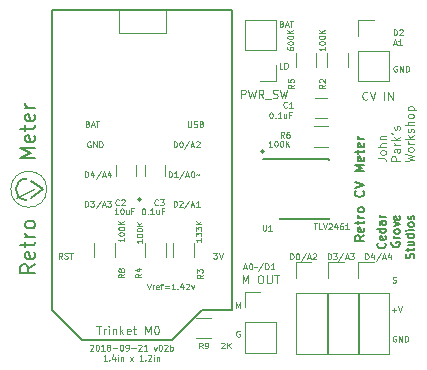
<source format=gbr>
G04 #@! TF.GenerationSoftware,KiCad,Pcbnew,(5.0.0-rc2-dev-444-g2974a2c10)*
G04 #@! TF.CreationDate,2018-09-21T18:48:47-07:00*
G04 #@! TF.ProjectId,retro meter v02,726574726F206D65746572207630322E,rev?*
G04 #@! TF.SameCoordinates,Original*
G04 #@! TF.FileFunction,Legend,Top*
G04 #@! TF.FilePolarity,Positive*
%FSLAX46Y46*%
G04 Gerber Fmt 4.6, Leading zero omitted, Abs format (unit mm)*
G04 Created by KiCad (PCBNEW (5.0.0-rc2-dev-444-g2974a2c10)) date 09/21/18 18:48:47*
%MOMM*%
%LPD*%
G01*
G04 APERTURE LIST*
%ADD10C,0.150000*%
%ADD11C,0.200000*%
%ADD12C,0.100000*%
%ADD13C,0.120000*%
G04 APERTURE END LIST*
D10*
X211943904Y-66134761D02*
X211562952Y-66401428D01*
X211943904Y-66591904D02*
X211143904Y-66591904D01*
X211143904Y-66287142D01*
X211182000Y-66210952D01*
X211220095Y-66172857D01*
X211296285Y-66134761D01*
X211410571Y-66134761D01*
X211486761Y-66172857D01*
X211524857Y-66210952D01*
X211562952Y-66287142D01*
X211562952Y-66591904D01*
X211905809Y-65487142D02*
X211943904Y-65563333D01*
X211943904Y-65715714D01*
X211905809Y-65791904D01*
X211829619Y-65830000D01*
X211524857Y-65830000D01*
X211448666Y-65791904D01*
X211410571Y-65715714D01*
X211410571Y-65563333D01*
X211448666Y-65487142D01*
X211524857Y-65449047D01*
X211601047Y-65449047D01*
X211677238Y-65830000D01*
X211410571Y-65220476D02*
X211410571Y-64915714D01*
X211143904Y-65106190D02*
X211829619Y-65106190D01*
X211905809Y-65068095D01*
X211943904Y-64991904D01*
X211943904Y-64915714D01*
X211943904Y-64649047D02*
X211410571Y-64649047D01*
X211562952Y-64649047D02*
X211486761Y-64610952D01*
X211448666Y-64572857D01*
X211410571Y-64496666D01*
X211410571Y-64420476D01*
X211943904Y-64039523D02*
X211905809Y-64115714D01*
X211867714Y-64153809D01*
X211791523Y-64191904D01*
X211562952Y-64191904D01*
X211486761Y-64153809D01*
X211448666Y-64115714D01*
X211410571Y-64039523D01*
X211410571Y-63925238D01*
X211448666Y-63849047D01*
X211486761Y-63810952D01*
X211562952Y-63772857D01*
X211791523Y-63772857D01*
X211867714Y-63810952D01*
X211905809Y-63849047D01*
X211943904Y-63925238D01*
X211943904Y-64039523D01*
X211867714Y-62363333D02*
X211905809Y-62401428D01*
X211943904Y-62515714D01*
X211943904Y-62591904D01*
X211905809Y-62706190D01*
X211829619Y-62782380D01*
X211753428Y-62820476D01*
X211601047Y-62858571D01*
X211486761Y-62858571D01*
X211334380Y-62820476D01*
X211258190Y-62782380D01*
X211182000Y-62706190D01*
X211143904Y-62591904D01*
X211143904Y-62515714D01*
X211182000Y-62401428D01*
X211220095Y-62363333D01*
X211143904Y-62134761D02*
X211943904Y-61868095D01*
X211143904Y-61601428D01*
X211943904Y-60725238D02*
X211143904Y-60725238D01*
X211715333Y-60458571D01*
X211143904Y-60191904D01*
X211943904Y-60191904D01*
X211905809Y-59506190D02*
X211943904Y-59582380D01*
X211943904Y-59734761D01*
X211905809Y-59810952D01*
X211829619Y-59849047D01*
X211524857Y-59849047D01*
X211448666Y-59810952D01*
X211410571Y-59734761D01*
X211410571Y-59582380D01*
X211448666Y-59506190D01*
X211524857Y-59468095D01*
X211601047Y-59468095D01*
X211677238Y-59849047D01*
X211410571Y-59239523D02*
X211410571Y-58934761D01*
X211143904Y-59125238D02*
X211829619Y-59125238D01*
X211905809Y-59087142D01*
X211943904Y-59010952D01*
X211943904Y-58934761D01*
X211905809Y-58363333D02*
X211943904Y-58439523D01*
X211943904Y-58591904D01*
X211905809Y-58668095D01*
X211829619Y-58706190D01*
X211524857Y-58706190D01*
X211448666Y-58668095D01*
X211410571Y-58591904D01*
X211410571Y-58439523D01*
X211448666Y-58363333D01*
X211524857Y-58325238D01*
X211601047Y-58325238D01*
X211677238Y-58706190D01*
X211943904Y-57982380D02*
X211410571Y-57982380D01*
X211562952Y-57982380D02*
X211486761Y-57944285D01*
X211448666Y-57906190D01*
X211410571Y-57830000D01*
X211410571Y-57753809D01*
D11*
X184080476Y-68599047D02*
X183485238Y-69015714D01*
X184080476Y-69313333D02*
X182830476Y-69313333D01*
X182830476Y-68837142D01*
X182890000Y-68718095D01*
X182949523Y-68658571D01*
X183068571Y-68599047D01*
X183247142Y-68599047D01*
X183366190Y-68658571D01*
X183425714Y-68718095D01*
X183485238Y-68837142D01*
X183485238Y-69313333D01*
X184020952Y-67587142D02*
X184080476Y-67706190D01*
X184080476Y-67944285D01*
X184020952Y-68063333D01*
X183901904Y-68122857D01*
X183425714Y-68122857D01*
X183306666Y-68063333D01*
X183247142Y-67944285D01*
X183247142Y-67706190D01*
X183306666Y-67587142D01*
X183425714Y-67527619D01*
X183544761Y-67527619D01*
X183663809Y-68122857D01*
X183247142Y-67170476D02*
X183247142Y-66694285D01*
X182830476Y-66991904D02*
X183901904Y-66991904D01*
X184020952Y-66932380D01*
X184080476Y-66813333D01*
X184080476Y-66694285D01*
X184080476Y-66277619D02*
X183247142Y-66277619D01*
X183485238Y-66277619D02*
X183366190Y-66218095D01*
X183306666Y-66158571D01*
X183247142Y-66039523D01*
X183247142Y-65920476D01*
X184080476Y-65325238D02*
X184020952Y-65444285D01*
X183961428Y-65503809D01*
X183842380Y-65563333D01*
X183485238Y-65563333D01*
X183366190Y-65503809D01*
X183306666Y-65444285D01*
X183247142Y-65325238D01*
X183247142Y-65146666D01*
X183306666Y-65027619D01*
X183366190Y-64968095D01*
X183485238Y-64908571D01*
X183842380Y-64908571D01*
X183961428Y-64968095D01*
X184020952Y-65027619D01*
X184080476Y-65146666D01*
X184080476Y-65325238D01*
X184080476Y-59610952D02*
X182830476Y-59610952D01*
X183723333Y-59194285D01*
X182830476Y-58777619D01*
X184080476Y-58777619D01*
X184020952Y-57706190D02*
X184080476Y-57825238D01*
X184080476Y-58063333D01*
X184020952Y-58182380D01*
X183901904Y-58241904D01*
X183425714Y-58241904D01*
X183306666Y-58182380D01*
X183247142Y-58063333D01*
X183247142Y-57825238D01*
X183306666Y-57706190D01*
X183425714Y-57646666D01*
X183544761Y-57646666D01*
X183663809Y-58241904D01*
X183247142Y-57289523D02*
X183247142Y-56813333D01*
X182830476Y-57110952D02*
X183901904Y-57110952D01*
X184020952Y-57051428D01*
X184080476Y-56932380D01*
X184080476Y-56813333D01*
X184020952Y-55920476D02*
X184080476Y-56039523D01*
X184080476Y-56277619D01*
X184020952Y-56396666D01*
X183901904Y-56456190D01*
X183425714Y-56456190D01*
X183306666Y-56396666D01*
X183247142Y-56277619D01*
X183247142Y-56039523D01*
X183306666Y-55920476D01*
X183425714Y-55860952D01*
X183544761Y-55860952D01*
X183663809Y-56456190D01*
X184080476Y-55325238D02*
X183247142Y-55325238D01*
X183485238Y-55325238D02*
X183366190Y-55265714D01*
X183306666Y-55206190D01*
X183247142Y-55087142D01*
X183247142Y-54968095D01*
D10*
X183739112Y-62944602D02*
X184739112Y-62244602D01*
X184739112Y-62244602D02*
X183739112Y-61544602D01*
D12*
X185065546Y-62244602D02*
G75*
G03X185065546Y-62244602I-1526434J0D01*
G01*
D10*
X183339112Y-63144602D02*
G75*
G02X183339112Y-61344602I0J900000D01*
G01*
D12*
X183939112Y-62244602D02*
X182439112Y-62944602D01*
D11*
X203427000Y-59055000D02*
G75*
G03X203427000Y-59055000I-100000J0D01*
G01*
D12*
X193523095Y-70226190D02*
X193689761Y-70726190D01*
X193856428Y-70226190D01*
X194023095Y-70726190D02*
X194023095Y-70392857D01*
X194023095Y-70488095D02*
X194046904Y-70440476D01*
X194070714Y-70416666D01*
X194118333Y-70392857D01*
X194165952Y-70392857D01*
X194523095Y-70702380D02*
X194475476Y-70726190D01*
X194380238Y-70726190D01*
X194332619Y-70702380D01*
X194308809Y-70654761D01*
X194308809Y-70464285D01*
X194332619Y-70416666D01*
X194380238Y-70392857D01*
X194475476Y-70392857D01*
X194523095Y-70416666D01*
X194546904Y-70464285D01*
X194546904Y-70511904D01*
X194308809Y-70559523D01*
X194689761Y-70392857D02*
X194880238Y-70392857D01*
X194761190Y-70726190D02*
X194761190Y-70297619D01*
X194785000Y-70250000D01*
X194832619Y-70226190D01*
X194880238Y-70226190D01*
X195046904Y-70464285D02*
X195427857Y-70464285D01*
X195427857Y-70607142D02*
X195046904Y-70607142D01*
X195927857Y-70726190D02*
X195642142Y-70726190D01*
X195785000Y-70726190D02*
X195785000Y-70226190D01*
X195737380Y-70297619D01*
X195689761Y-70345238D01*
X195642142Y-70369047D01*
X196142142Y-70678571D02*
X196165952Y-70702380D01*
X196142142Y-70726190D01*
X196118333Y-70702380D01*
X196142142Y-70678571D01*
X196142142Y-70726190D01*
X196594523Y-70392857D02*
X196594523Y-70726190D01*
X196475476Y-70202380D02*
X196356428Y-70559523D01*
X196665952Y-70559523D01*
X196832619Y-70273809D02*
X196856428Y-70250000D01*
X196904047Y-70226190D01*
X197023095Y-70226190D01*
X197070714Y-70250000D01*
X197094523Y-70273809D01*
X197118333Y-70321428D01*
X197118333Y-70369047D01*
X197094523Y-70440476D01*
X196808809Y-70726190D01*
X197118333Y-70726190D01*
X197285000Y-70392857D02*
X197404047Y-70726190D01*
X197523095Y-70392857D01*
D11*
X193013000Y-63119000D02*
G75*
G03X193013000Y-63119000I-100000J0D01*
G01*
D12*
X214694952Y-51820000D02*
X214647333Y-51796190D01*
X214575904Y-51796190D01*
X214504476Y-51820000D01*
X214456857Y-51867619D01*
X214433047Y-51915238D01*
X214409238Y-52010476D01*
X214409238Y-52081904D01*
X214433047Y-52177142D01*
X214456857Y-52224761D01*
X214504476Y-52272380D01*
X214575904Y-52296190D01*
X214623523Y-52296190D01*
X214694952Y-52272380D01*
X214718761Y-52248571D01*
X214718761Y-52081904D01*
X214623523Y-52081904D01*
X214933047Y-52296190D02*
X214933047Y-51796190D01*
X215218761Y-52296190D01*
X215218761Y-51796190D01*
X215456857Y-52296190D02*
X215456857Y-51796190D01*
X215575904Y-51796190D01*
X215647333Y-51820000D01*
X215694952Y-51867619D01*
X215718761Y-51915238D01*
X215742571Y-52010476D01*
X215742571Y-52081904D01*
X215718761Y-52177142D01*
X215694952Y-52224761D01*
X215647333Y-52272380D01*
X215575904Y-52296190D01*
X215456857Y-52296190D01*
X205019142Y-52026190D02*
X204781047Y-52026190D01*
X204781047Y-51526190D01*
X205185809Y-52026190D02*
X205185809Y-51526190D01*
X205304857Y-51526190D01*
X205376285Y-51550000D01*
X205423904Y-51597619D01*
X205447714Y-51645238D01*
X205471523Y-51740476D01*
X205471523Y-51811904D01*
X205447714Y-51907142D01*
X205423904Y-51954761D01*
X205376285Y-52002380D01*
X205304857Y-52026190D01*
X205185809Y-52026190D01*
X204947714Y-48224285D02*
X205019142Y-48248095D01*
X205042952Y-48271904D01*
X205066761Y-48319523D01*
X205066761Y-48390952D01*
X205042952Y-48438571D01*
X205019142Y-48462380D01*
X204971523Y-48486190D01*
X204781047Y-48486190D01*
X204781047Y-47986190D01*
X204947714Y-47986190D01*
X204995333Y-48010000D01*
X205019142Y-48033809D01*
X205042952Y-48081428D01*
X205042952Y-48129047D01*
X205019142Y-48176666D01*
X204995333Y-48200476D01*
X204947714Y-48224285D01*
X204781047Y-48224285D01*
X205257238Y-48343333D02*
X205495333Y-48343333D01*
X205209619Y-48486190D02*
X205376285Y-47986190D01*
X205542952Y-48486190D01*
X205638190Y-47986190D02*
X205923904Y-47986190D01*
X205781047Y-48486190D02*
X205781047Y-47986190D01*
X201119047Y-72326190D02*
X201119047Y-71826190D01*
X201285714Y-72183333D01*
X201452380Y-71826190D01*
X201452380Y-72326190D01*
X201380952Y-74250000D02*
X201333333Y-74226190D01*
X201261904Y-74226190D01*
X201190476Y-74250000D01*
X201142857Y-74297619D01*
X201119047Y-74345238D01*
X201095238Y-74440476D01*
X201095238Y-74511904D01*
X201119047Y-74607142D01*
X201142857Y-74654761D01*
X201190476Y-74702380D01*
X201261904Y-74726190D01*
X201309523Y-74726190D01*
X201380952Y-74702380D01*
X201404761Y-74678571D01*
X201404761Y-74511904D01*
X201309523Y-74511904D01*
X214624952Y-74677000D02*
X214577333Y-74653190D01*
X214505904Y-74653190D01*
X214434476Y-74677000D01*
X214386857Y-74724619D01*
X214363047Y-74772238D01*
X214339238Y-74867476D01*
X214339238Y-74938904D01*
X214363047Y-75034142D01*
X214386857Y-75081761D01*
X214434476Y-75129380D01*
X214505904Y-75153190D01*
X214553523Y-75153190D01*
X214624952Y-75129380D01*
X214648761Y-75105571D01*
X214648761Y-74938904D01*
X214553523Y-74938904D01*
X214863047Y-75153190D02*
X214863047Y-74653190D01*
X215148761Y-75153190D01*
X215148761Y-74653190D01*
X215386857Y-75153190D02*
X215386857Y-74653190D01*
X215505904Y-74653190D01*
X215577333Y-74677000D01*
X215624952Y-74724619D01*
X215648761Y-74772238D01*
X215672571Y-74867476D01*
X215672571Y-74938904D01*
X215648761Y-75034142D01*
X215624952Y-75081761D01*
X215577333Y-75129380D01*
X215505904Y-75153190D01*
X215386857Y-75153190D01*
X214263047Y-72462714D02*
X214644000Y-72462714D01*
X214453523Y-72653190D02*
X214453523Y-72272238D01*
X214810666Y-72153190D02*
X214977333Y-72653190D01*
X215144000Y-72153190D01*
X214339238Y-70129380D02*
X214410666Y-70153190D01*
X214529714Y-70153190D01*
X214577333Y-70129380D01*
X214601142Y-70105571D01*
X214624952Y-70057952D01*
X214624952Y-70010333D01*
X214601142Y-69962714D01*
X214577333Y-69938904D01*
X214529714Y-69915095D01*
X214434476Y-69891285D01*
X214386857Y-69867476D01*
X214363047Y-69843666D01*
X214339238Y-69796047D01*
X214339238Y-69748428D01*
X214363047Y-69700809D01*
X214386857Y-69677000D01*
X214434476Y-69653190D01*
X214553523Y-69653190D01*
X214624952Y-69677000D01*
X188723095Y-75448809D02*
X188746904Y-75425000D01*
X188794523Y-75401190D01*
X188913571Y-75401190D01*
X188961190Y-75425000D01*
X188985000Y-75448809D01*
X189008809Y-75496428D01*
X189008809Y-75544047D01*
X188985000Y-75615476D01*
X188699285Y-75901190D01*
X189008809Y-75901190D01*
X189318333Y-75401190D02*
X189365952Y-75401190D01*
X189413571Y-75425000D01*
X189437380Y-75448809D01*
X189461190Y-75496428D01*
X189485000Y-75591666D01*
X189485000Y-75710714D01*
X189461190Y-75805952D01*
X189437380Y-75853571D01*
X189413571Y-75877380D01*
X189365952Y-75901190D01*
X189318333Y-75901190D01*
X189270714Y-75877380D01*
X189246904Y-75853571D01*
X189223095Y-75805952D01*
X189199285Y-75710714D01*
X189199285Y-75591666D01*
X189223095Y-75496428D01*
X189246904Y-75448809D01*
X189270714Y-75425000D01*
X189318333Y-75401190D01*
X189961190Y-75901190D02*
X189675476Y-75901190D01*
X189818333Y-75901190D02*
X189818333Y-75401190D01*
X189770714Y-75472619D01*
X189723095Y-75520238D01*
X189675476Y-75544047D01*
X190246904Y-75615476D02*
X190199285Y-75591666D01*
X190175476Y-75567857D01*
X190151666Y-75520238D01*
X190151666Y-75496428D01*
X190175476Y-75448809D01*
X190199285Y-75425000D01*
X190246904Y-75401190D01*
X190342142Y-75401190D01*
X190389761Y-75425000D01*
X190413571Y-75448809D01*
X190437380Y-75496428D01*
X190437380Y-75520238D01*
X190413571Y-75567857D01*
X190389761Y-75591666D01*
X190342142Y-75615476D01*
X190246904Y-75615476D01*
X190199285Y-75639285D01*
X190175476Y-75663095D01*
X190151666Y-75710714D01*
X190151666Y-75805952D01*
X190175476Y-75853571D01*
X190199285Y-75877380D01*
X190246904Y-75901190D01*
X190342142Y-75901190D01*
X190389761Y-75877380D01*
X190413571Y-75853571D01*
X190437380Y-75805952D01*
X190437380Y-75710714D01*
X190413571Y-75663095D01*
X190389761Y-75639285D01*
X190342142Y-75615476D01*
X190651666Y-75710714D02*
X191032619Y-75710714D01*
X191365952Y-75401190D02*
X191413571Y-75401190D01*
X191461190Y-75425000D01*
X191485000Y-75448809D01*
X191508809Y-75496428D01*
X191532619Y-75591666D01*
X191532619Y-75710714D01*
X191508809Y-75805952D01*
X191485000Y-75853571D01*
X191461190Y-75877380D01*
X191413571Y-75901190D01*
X191365952Y-75901190D01*
X191318333Y-75877380D01*
X191294523Y-75853571D01*
X191270714Y-75805952D01*
X191246904Y-75710714D01*
X191246904Y-75591666D01*
X191270714Y-75496428D01*
X191294523Y-75448809D01*
X191318333Y-75425000D01*
X191365952Y-75401190D01*
X191770714Y-75901190D02*
X191865952Y-75901190D01*
X191913571Y-75877380D01*
X191937380Y-75853571D01*
X191985000Y-75782142D01*
X192008809Y-75686904D01*
X192008809Y-75496428D01*
X191985000Y-75448809D01*
X191961190Y-75425000D01*
X191913571Y-75401190D01*
X191818333Y-75401190D01*
X191770714Y-75425000D01*
X191746904Y-75448809D01*
X191723095Y-75496428D01*
X191723095Y-75615476D01*
X191746904Y-75663095D01*
X191770714Y-75686904D01*
X191818333Y-75710714D01*
X191913571Y-75710714D01*
X191961190Y-75686904D01*
X191985000Y-75663095D01*
X192008809Y-75615476D01*
X192223095Y-75710714D02*
X192604047Y-75710714D01*
X192818333Y-75448809D02*
X192842142Y-75425000D01*
X192889761Y-75401190D01*
X193008809Y-75401190D01*
X193056428Y-75425000D01*
X193080238Y-75448809D01*
X193104047Y-75496428D01*
X193104047Y-75544047D01*
X193080238Y-75615476D01*
X192794523Y-75901190D01*
X193104047Y-75901190D01*
X193580238Y-75901190D02*
X193294523Y-75901190D01*
X193437380Y-75901190D02*
X193437380Y-75401190D01*
X193389761Y-75472619D01*
X193342142Y-75520238D01*
X193294523Y-75544047D01*
X194127857Y-75567857D02*
X194246904Y-75901190D01*
X194365952Y-75567857D01*
X194651666Y-75401190D02*
X194699285Y-75401190D01*
X194746904Y-75425000D01*
X194770714Y-75448809D01*
X194794523Y-75496428D01*
X194818333Y-75591666D01*
X194818333Y-75710714D01*
X194794523Y-75805952D01*
X194770714Y-75853571D01*
X194746904Y-75877380D01*
X194699285Y-75901190D01*
X194651666Y-75901190D01*
X194604047Y-75877380D01*
X194580238Y-75853571D01*
X194556428Y-75805952D01*
X194532619Y-75710714D01*
X194532619Y-75591666D01*
X194556428Y-75496428D01*
X194580238Y-75448809D01*
X194604047Y-75425000D01*
X194651666Y-75401190D01*
X195008809Y-75448809D02*
X195032619Y-75425000D01*
X195080238Y-75401190D01*
X195199285Y-75401190D01*
X195246904Y-75425000D01*
X195270714Y-75448809D01*
X195294523Y-75496428D01*
X195294523Y-75544047D01*
X195270714Y-75615476D01*
X194985000Y-75901190D01*
X195294523Y-75901190D01*
X195508809Y-75901190D02*
X195508809Y-75401190D01*
X195508809Y-75591666D02*
X195556428Y-75567857D01*
X195651666Y-75567857D01*
X195699285Y-75591666D01*
X195723095Y-75615476D01*
X195746904Y-75663095D01*
X195746904Y-75805952D01*
X195723095Y-75853571D01*
X195699285Y-75877380D01*
X195651666Y-75901190D01*
X195556428Y-75901190D01*
X195508809Y-75877380D01*
X190151666Y-76751190D02*
X189865952Y-76751190D01*
X190008809Y-76751190D02*
X190008809Y-76251190D01*
X189961190Y-76322619D01*
X189913571Y-76370238D01*
X189865952Y-76394047D01*
X190365952Y-76703571D02*
X190389761Y-76727380D01*
X190365952Y-76751190D01*
X190342142Y-76727380D01*
X190365952Y-76703571D01*
X190365952Y-76751190D01*
X190818333Y-76417857D02*
X190818333Y-76751190D01*
X190699285Y-76227380D02*
X190580238Y-76584523D01*
X190889761Y-76584523D01*
X191080238Y-76751190D02*
X191080238Y-76417857D01*
X191080238Y-76251190D02*
X191056428Y-76275000D01*
X191080238Y-76298809D01*
X191104047Y-76275000D01*
X191080238Y-76251190D01*
X191080238Y-76298809D01*
X191318333Y-76417857D02*
X191318333Y-76751190D01*
X191318333Y-76465476D02*
X191342142Y-76441666D01*
X191389761Y-76417857D01*
X191461190Y-76417857D01*
X191508809Y-76441666D01*
X191532619Y-76489285D01*
X191532619Y-76751190D01*
X192104047Y-76751190D02*
X192365952Y-76417857D01*
X192104047Y-76417857D02*
X192365952Y-76751190D01*
X193199285Y-76751190D02*
X192913571Y-76751190D01*
X193056428Y-76751190D02*
X193056428Y-76251190D01*
X193008809Y-76322619D01*
X192961190Y-76370238D01*
X192913571Y-76394047D01*
X193413571Y-76703571D02*
X193437380Y-76727380D01*
X193413571Y-76751190D01*
X193389761Y-76727380D01*
X193413571Y-76703571D01*
X193413571Y-76751190D01*
X193627857Y-76298809D02*
X193651666Y-76275000D01*
X193699285Y-76251190D01*
X193818333Y-76251190D01*
X193865952Y-76275000D01*
X193889761Y-76298809D01*
X193913571Y-76346428D01*
X193913571Y-76394047D01*
X193889761Y-76465476D01*
X193604047Y-76751190D01*
X193913571Y-76751190D01*
X194127857Y-76751190D02*
X194127857Y-76417857D01*
X194127857Y-76251190D02*
X194104047Y-76275000D01*
X194127857Y-76298809D01*
X194151666Y-76275000D01*
X194127857Y-76251190D01*
X194127857Y-76298809D01*
X194365952Y-76417857D02*
X194365952Y-76751190D01*
X194365952Y-76465476D02*
X194389761Y-76441666D01*
X194437380Y-76417857D01*
X194508809Y-76417857D01*
X194556428Y-76441666D01*
X194580238Y-76489285D01*
X194580238Y-76751190D01*
X201749285Y-68883333D02*
X201987380Y-68883333D01*
X201701666Y-69026190D02*
X201868333Y-68526190D01*
X202035000Y-69026190D01*
X202296904Y-68526190D02*
X202344523Y-68526190D01*
X202392142Y-68550000D01*
X202415952Y-68573809D01*
X202439761Y-68621428D01*
X202463571Y-68716666D01*
X202463571Y-68835714D01*
X202439761Y-68930952D01*
X202415952Y-68978571D01*
X202392142Y-69002380D01*
X202344523Y-69026190D01*
X202296904Y-69026190D01*
X202249285Y-69002380D01*
X202225476Y-68978571D01*
X202201666Y-68930952D01*
X202177857Y-68835714D01*
X202177857Y-68716666D01*
X202201666Y-68621428D01*
X202225476Y-68573809D01*
X202249285Y-68550000D01*
X202296904Y-68526190D01*
X202606428Y-68835714D02*
X202630238Y-68811904D01*
X202677857Y-68788095D01*
X202773095Y-68835714D01*
X202820714Y-68811904D01*
X202844523Y-68788095D01*
X203392142Y-68502380D02*
X202963571Y-69145238D01*
X203558809Y-69026190D02*
X203558809Y-68526190D01*
X203677857Y-68526190D01*
X203749285Y-68550000D01*
X203796904Y-68597619D01*
X203820714Y-68645238D01*
X203844523Y-68740476D01*
X203844523Y-68811904D01*
X203820714Y-68907142D01*
X203796904Y-68954761D01*
X203749285Y-69002380D01*
X203677857Y-69026190D01*
X203558809Y-69026190D01*
X204320714Y-69026190D02*
X204035000Y-69026190D01*
X204177857Y-69026190D02*
X204177857Y-68526190D01*
X204130238Y-68597619D01*
X204082619Y-68645238D01*
X204035000Y-68669047D01*
X214433047Y-49204190D02*
X214433047Y-48704190D01*
X214552095Y-48704190D01*
X214623523Y-48728000D01*
X214671142Y-48775619D01*
X214694952Y-48823238D01*
X214718761Y-48918476D01*
X214718761Y-48989904D01*
X214694952Y-49085142D01*
X214671142Y-49132761D01*
X214623523Y-49180380D01*
X214552095Y-49204190D01*
X214433047Y-49204190D01*
X214909238Y-48751809D02*
X214933047Y-48728000D01*
X214980666Y-48704190D01*
X215099714Y-48704190D01*
X215147333Y-48728000D01*
X215171142Y-48751809D01*
X215194952Y-48799428D01*
X215194952Y-48847047D01*
X215171142Y-48918476D01*
X214885428Y-49204190D01*
X215194952Y-49204190D01*
X214409238Y-49911333D02*
X214647333Y-49911333D01*
X214361619Y-50054190D02*
X214528285Y-49554190D01*
X214694952Y-50054190D01*
X215123523Y-50054190D02*
X214837809Y-50054190D01*
X214980666Y-50054190D02*
X214980666Y-49554190D01*
X214933047Y-49625619D01*
X214885428Y-49673238D01*
X214837809Y-49697047D01*
X201501666Y-54516666D02*
X201501666Y-53816666D01*
X201768333Y-53816666D01*
X201835000Y-53850000D01*
X201868333Y-53883333D01*
X201901666Y-53950000D01*
X201901666Y-54050000D01*
X201868333Y-54116666D01*
X201835000Y-54150000D01*
X201768333Y-54183333D01*
X201501666Y-54183333D01*
X202135000Y-53816666D02*
X202301666Y-54516666D01*
X202435000Y-54016666D01*
X202568333Y-54516666D01*
X202735000Y-53816666D01*
X203401666Y-54516666D02*
X203168333Y-54183333D01*
X203001666Y-54516666D02*
X203001666Y-53816666D01*
X203268333Y-53816666D01*
X203335000Y-53850000D01*
X203368333Y-53883333D01*
X203401666Y-53950000D01*
X203401666Y-54050000D01*
X203368333Y-54116666D01*
X203335000Y-54150000D01*
X203268333Y-54183333D01*
X203001666Y-54183333D01*
X203535000Y-54583333D02*
X204068333Y-54583333D01*
X204201666Y-54483333D02*
X204301666Y-54516666D01*
X204468333Y-54516666D01*
X204535000Y-54483333D01*
X204568333Y-54450000D01*
X204601666Y-54383333D01*
X204601666Y-54316666D01*
X204568333Y-54250000D01*
X204535000Y-54216666D01*
X204468333Y-54183333D01*
X204335000Y-54150000D01*
X204268333Y-54116666D01*
X204235000Y-54083333D01*
X204201666Y-54016666D01*
X204201666Y-53950000D01*
X204235000Y-53883333D01*
X204268333Y-53850000D01*
X204335000Y-53816666D01*
X204501666Y-53816666D01*
X204601666Y-53850000D01*
X204835000Y-53816666D02*
X205001666Y-54516666D01*
X205135000Y-54016666D01*
X205268333Y-54516666D01*
X205435000Y-53816666D01*
D10*
X213680000Y-66792833D02*
X213713333Y-66826166D01*
X213746666Y-66926166D01*
X213746666Y-66992833D01*
X213713333Y-67092833D01*
X213646666Y-67159500D01*
X213580000Y-67192833D01*
X213446666Y-67226166D01*
X213346666Y-67226166D01*
X213213333Y-67192833D01*
X213146666Y-67159500D01*
X213080000Y-67092833D01*
X213046666Y-66992833D01*
X213046666Y-66926166D01*
X213080000Y-66826166D01*
X213113333Y-66792833D01*
X213713333Y-66226166D02*
X213746666Y-66292833D01*
X213746666Y-66426166D01*
X213713333Y-66492833D01*
X213646666Y-66526166D01*
X213380000Y-66526166D01*
X213313333Y-66492833D01*
X213280000Y-66426166D01*
X213280000Y-66292833D01*
X213313333Y-66226166D01*
X213380000Y-66192833D01*
X213446666Y-66192833D01*
X213513333Y-66526166D01*
X213746666Y-65592833D02*
X213046666Y-65592833D01*
X213713333Y-65592833D02*
X213746666Y-65659500D01*
X213746666Y-65792833D01*
X213713333Y-65859500D01*
X213680000Y-65892833D01*
X213613333Y-65926166D01*
X213413333Y-65926166D01*
X213346666Y-65892833D01*
X213313333Y-65859500D01*
X213280000Y-65792833D01*
X213280000Y-65659500D01*
X213313333Y-65592833D01*
X213746666Y-64959500D02*
X213380000Y-64959500D01*
X213313333Y-64992833D01*
X213280000Y-65059500D01*
X213280000Y-65192833D01*
X213313333Y-65259500D01*
X213713333Y-64959500D02*
X213746666Y-65026166D01*
X213746666Y-65192833D01*
X213713333Y-65259500D01*
X213646666Y-65292833D01*
X213580000Y-65292833D01*
X213513333Y-65259500D01*
X213480000Y-65192833D01*
X213480000Y-65026166D01*
X213446666Y-64959500D01*
X213746666Y-64626166D02*
X213280000Y-64626166D01*
X213413333Y-64626166D02*
X213346666Y-64592833D01*
X213313333Y-64559500D01*
X213280000Y-64492833D01*
X213280000Y-64426166D01*
X214280000Y-66726166D02*
X214246666Y-66792833D01*
X214246666Y-66892833D01*
X214280000Y-66992833D01*
X214346666Y-67059500D01*
X214413333Y-67092833D01*
X214546666Y-67126166D01*
X214646666Y-67126166D01*
X214780000Y-67092833D01*
X214846666Y-67059500D01*
X214913333Y-66992833D01*
X214946666Y-66892833D01*
X214946666Y-66826166D01*
X214913333Y-66726166D01*
X214880000Y-66692833D01*
X214646666Y-66692833D01*
X214646666Y-66826166D01*
X214946666Y-66392833D02*
X214480000Y-66392833D01*
X214613333Y-66392833D02*
X214546666Y-66359500D01*
X214513333Y-66326166D01*
X214480000Y-66259500D01*
X214480000Y-66192833D01*
X214946666Y-65859500D02*
X214913333Y-65926166D01*
X214880000Y-65959500D01*
X214813333Y-65992833D01*
X214613333Y-65992833D01*
X214546666Y-65959500D01*
X214513333Y-65926166D01*
X214480000Y-65859500D01*
X214480000Y-65759500D01*
X214513333Y-65692833D01*
X214546666Y-65659500D01*
X214613333Y-65626166D01*
X214813333Y-65626166D01*
X214880000Y-65659500D01*
X214913333Y-65692833D01*
X214946666Y-65759500D01*
X214946666Y-65859500D01*
X214480000Y-65392833D02*
X214946666Y-65226166D01*
X214480000Y-65059500D01*
X214913333Y-64526166D02*
X214946666Y-64592833D01*
X214946666Y-64726166D01*
X214913333Y-64792833D01*
X214846666Y-64826166D01*
X214580000Y-64826166D01*
X214513333Y-64792833D01*
X214480000Y-64726166D01*
X214480000Y-64592833D01*
X214513333Y-64526166D01*
X214580000Y-64492833D01*
X214646666Y-64492833D01*
X214713333Y-64826166D01*
X216113333Y-68092833D02*
X216146666Y-67992833D01*
X216146666Y-67826166D01*
X216113333Y-67759500D01*
X216080000Y-67726166D01*
X216013333Y-67692833D01*
X215946666Y-67692833D01*
X215880000Y-67726166D01*
X215846666Y-67759500D01*
X215813333Y-67826166D01*
X215780000Y-67959500D01*
X215746666Y-68026166D01*
X215713333Y-68059500D01*
X215646666Y-68092833D01*
X215580000Y-68092833D01*
X215513333Y-68059500D01*
X215480000Y-68026166D01*
X215446666Y-67959500D01*
X215446666Y-67792833D01*
X215480000Y-67692833D01*
X215680000Y-67492833D02*
X215680000Y-67226166D01*
X215446666Y-67392833D02*
X216046666Y-67392833D01*
X216113333Y-67359500D01*
X216146666Y-67292833D01*
X216146666Y-67226166D01*
X215680000Y-66692833D02*
X216146666Y-66692833D01*
X215680000Y-66992833D02*
X216046666Y-66992833D01*
X216113333Y-66959500D01*
X216146666Y-66892833D01*
X216146666Y-66792833D01*
X216113333Y-66726166D01*
X216080000Y-66692833D01*
X216146666Y-66059500D02*
X215446666Y-66059500D01*
X216113333Y-66059500D02*
X216146666Y-66126166D01*
X216146666Y-66259500D01*
X216113333Y-66326166D01*
X216080000Y-66359500D01*
X216013333Y-66392833D01*
X215813333Y-66392833D01*
X215746666Y-66359500D01*
X215713333Y-66326166D01*
X215680000Y-66259500D01*
X215680000Y-66126166D01*
X215713333Y-66059500D01*
X216146666Y-65726166D02*
X215680000Y-65726166D01*
X215446666Y-65726166D02*
X215480000Y-65759500D01*
X215513333Y-65726166D01*
X215480000Y-65692833D01*
X215446666Y-65726166D01*
X215513333Y-65726166D01*
X216146666Y-65292833D02*
X216113333Y-65359500D01*
X216080000Y-65392833D01*
X216013333Y-65426166D01*
X215813333Y-65426166D01*
X215746666Y-65392833D01*
X215713333Y-65359500D01*
X215680000Y-65292833D01*
X215680000Y-65192833D01*
X215713333Y-65126166D01*
X215746666Y-65092833D01*
X215813333Y-65059500D01*
X216013333Y-65059500D01*
X216080000Y-65092833D01*
X216113333Y-65126166D01*
X216146666Y-65192833D01*
X216146666Y-65292833D01*
X216113333Y-64792833D02*
X216146666Y-64726166D01*
X216146666Y-64592833D01*
X216113333Y-64526166D01*
X216046666Y-64492833D01*
X216013333Y-64492833D01*
X215946666Y-64526166D01*
X215913333Y-64592833D01*
X215913333Y-64692833D01*
X215880000Y-64759500D01*
X215813333Y-64792833D01*
X215780000Y-64792833D01*
X215713333Y-64759500D01*
X215680000Y-64692833D01*
X215680000Y-64592833D01*
X215713333Y-64526166D01*
D13*
X213076666Y-59626333D02*
X213576666Y-59626333D01*
X213676666Y-59659666D01*
X213743333Y-59726333D01*
X213776666Y-59826333D01*
X213776666Y-59893000D01*
X213776666Y-59193000D02*
X213743333Y-59259666D01*
X213710000Y-59293000D01*
X213643333Y-59326333D01*
X213443333Y-59326333D01*
X213376666Y-59293000D01*
X213343333Y-59259666D01*
X213310000Y-59193000D01*
X213310000Y-59093000D01*
X213343333Y-59026333D01*
X213376666Y-58993000D01*
X213443333Y-58959666D01*
X213643333Y-58959666D01*
X213710000Y-58993000D01*
X213743333Y-59026333D01*
X213776666Y-59093000D01*
X213776666Y-59193000D01*
X213776666Y-58659666D02*
X213076666Y-58659666D01*
X213776666Y-58359666D02*
X213410000Y-58359666D01*
X213343333Y-58393000D01*
X213310000Y-58459666D01*
X213310000Y-58559666D01*
X213343333Y-58626333D01*
X213376666Y-58659666D01*
X213310000Y-58026333D02*
X213776666Y-58026333D01*
X213376666Y-58026333D02*
X213343333Y-57993000D01*
X213310000Y-57926333D01*
X213310000Y-57826333D01*
X213343333Y-57759666D01*
X213410000Y-57726333D01*
X213776666Y-57726333D01*
X214946666Y-59826333D02*
X214246666Y-59826333D01*
X214246666Y-59559666D01*
X214280000Y-59493000D01*
X214313333Y-59459666D01*
X214380000Y-59426333D01*
X214480000Y-59426333D01*
X214546666Y-59459666D01*
X214580000Y-59493000D01*
X214613333Y-59559666D01*
X214613333Y-59826333D01*
X214946666Y-58826333D02*
X214580000Y-58826333D01*
X214513333Y-58859666D01*
X214480000Y-58926333D01*
X214480000Y-59059666D01*
X214513333Y-59126333D01*
X214913333Y-58826333D02*
X214946666Y-58893000D01*
X214946666Y-59059666D01*
X214913333Y-59126333D01*
X214846666Y-59159666D01*
X214780000Y-59159666D01*
X214713333Y-59126333D01*
X214680000Y-59059666D01*
X214680000Y-58893000D01*
X214646666Y-58826333D01*
X214946666Y-58493000D02*
X214480000Y-58493000D01*
X214613333Y-58493000D02*
X214546666Y-58459666D01*
X214513333Y-58426333D01*
X214480000Y-58359666D01*
X214480000Y-58293000D01*
X214946666Y-58059666D02*
X214246666Y-58059666D01*
X214680000Y-57993000D02*
X214946666Y-57793000D01*
X214480000Y-57793000D02*
X214746666Y-58059666D01*
X214246666Y-57459666D02*
X214380000Y-57526333D01*
X214913333Y-57193000D02*
X214946666Y-57126333D01*
X214946666Y-56993000D01*
X214913333Y-56926333D01*
X214846666Y-56893000D01*
X214813333Y-56893000D01*
X214746666Y-56926333D01*
X214713333Y-56993000D01*
X214713333Y-57093000D01*
X214680000Y-57159666D01*
X214613333Y-57193000D01*
X214580000Y-57193000D01*
X214513333Y-57159666D01*
X214480000Y-57093000D01*
X214480000Y-56993000D01*
X214513333Y-56926333D01*
X215416666Y-59893000D02*
X216116666Y-59726333D01*
X215616666Y-59593000D01*
X216116666Y-59459666D01*
X215416666Y-59293000D01*
X216116666Y-58926333D02*
X216083333Y-58993000D01*
X216050000Y-59026333D01*
X215983333Y-59059666D01*
X215783333Y-59059666D01*
X215716666Y-59026333D01*
X215683333Y-58993000D01*
X215650000Y-58926333D01*
X215650000Y-58826333D01*
X215683333Y-58759666D01*
X215716666Y-58726333D01*
X215783333Y-58693000D01*
X215983333Y-58693000D01*
X216050000Y-58726333D01*
X216083333Y-58759666D01*
X216116666Y-58826333D01*
X216116666Y-58926333D01*
X216116666Y-58393000D02*
X215650000Y-58393000D01*
X215783333Y-58393000D02*
X215716666Y-58359666D01*
X215683333Y-58326333D01*
X215650000Y-58259666D01*
X215650000Y-58193000D01*
X216116666Y-57959666D02*
X215416666Y-57959666D01*
X215850000Y-57893000D02*
X216116666Y-57693000D01*
X215650000Y-57693000D02*
X215916666Y-57959666D01*
X216083333Y-57426333D02*
X216116666Y-57359666D01*
X216116666Y-57226333D01*
X216083333Y-57159666D01*
X216016666Y-57126333D01*
X215983333Y-57126333D01*
X215916666Y-57159666D01*
X215883333Y-57226333D01*
X215883333Y-57326333D01*
X215850000Y-57393000D01*
X215783333Y-57426333D01*
X215750000Y-57426333D01*
X215683333Y-57393000D01*
X215650000Y-57326333D01*
X215650000Y-57226333D01*
X215683333Y-57159666D01*
X216116666Y-56826333D02*
X215416666Y-56826333D01*
X216116666Y-56526333D02*
X215750000Y-56526333D01*
X215683333Y-56559666D01*
X215650000Y-56626333D01*
X215650000Y-56726333D01*
X215683333Y-56793000D01*
X215716666Y-56826333D01*
X216116666Y-56093000D02*
X216083333Y-56159666D01*
X216050000Y-56193000D01*
X215983333Y-56226333D01*
X215783333Y-56226333D01*
X215716666Y-56193000D01*
X215683333Y-56159666D01*
X215650000Y-56093000D01*
X215650000Y-55993000D01*
X215683333Y-55926333D01*
X215716666Y-55893000D01*
X215783333Y-55859666D01*
X215983333Y-55859666D01*
X216050000Y-55893000D01*
X216083333Y-55926333D01*
X216116666Y-55993000D01*
X216116666Y-56093000D01*
X215650000Y-55559666D02*
X216350000Y-55559666D01*
X215683333Y-55559666D02*
X215650000Y-55493000D01*
X215650000Y-55359666D01*
X215683333Y-55293000D01*
X215716666Y-55259666D01*
X215783333Y-55226333D01*
X215983333Y-55226333D01*
X216050000Y-55259666D01*
X216083333Y-55293000D01*
X216116666Y-55359666D01*
X216116666Y-55493000D01*
X216083333Y-55559666D01*
D12*
X212213666Y-54606000D02*
X212180333Y-54639333D01*
X212080333Y-54672666D01*
X212013666Y-54672666D01*
X211913666Y-54639333D01*
X211847000Y-54572666D01*
X211813666Y-54506000D01*
X211780333Y-54372666D01*
X211780333Y-54272666D01*
X211813666Y-54139333D01*
X211847000Y-54072666D01*
X211913666Y-54006000D01*
X212013666Y-53972666D01*
X212080333Y-53972666D01*
X212180333Y-54006000D01*
X212213666Y-54039333D01*
X212413666Y-53972666D02*
X212647000Y-54672666D01*
X212880333Y-53972666D01*
X213647000Y-54672666D02*
X213647000Y-53972666D01*
X213980333Y-54672666D02*
X213980333Y-53972666D01*
X214380333Y-54672666D01*
X214380333Y-53972666D01*
X205672666Y-68171190D02*
X205672666Y-67671190D01*
X205791714Y-67671190D01*
X205863142Y-67695000D01*
X205910761Y-67742619D01*
X205934571Y-67790238D01*
X205958380Y-67885476D01*
X205958380Y-67956904D01*
X205934571Y-68052142D01*
X205910761Y-68099761D01*
X205863142Y-68147380D01*
X205791714Y-68171190D01*
X205672666Y-68171190D01*
X206267904Y-67671190D02*
X206315523Y-67671190D01*
X206363142Y-67695000D01*
X206386952Y-67718809D01*
X206410761Y-67766428D01*
X206434571Y-67861666D01*
X206434571Y-67980714D01*
X206410761Y-68075952D01*
X206386952Y-68123571D01*
X206363142Y-68147380D01*
X206315523Y-68171190D01*
X206267904Y-68171190D01*
X206220285Y-68147380D01*
X206196476Y-68123571D01*
X206172666Y-68075952D01*
X206148857Y-67980714D01*
X206148857Y-67861666D01*
X206172666Y-67766428D01*
X206196476Y-67718809D01*
X206220285Y-67695000D01*
X206267904Y-67671190D01*
X207006000Y-67647380D02*
X206577428Y-68290238D01*
X207148857Y-68028333D02*
X207386952Y-68028333D01*
X207101238Y-68171190D02*
X207267904Y-67671190D01*
X207434571Y-68171190D01*
X207577428Y-67718809D02*
X207601238Y-67695000D01*
X207648857Y-67671190D01*
X207767904Y-67671190D01*
X207815523Y-67695000D01*
X207839333Y-67718809D01*
X207863142Y-67766428D01*
X207863142Y-67814047D01*
X207839333Y-67885476D01*
X207553619Y-68171190D01*
X207863142Y-68171190D01*
X212022666Y-68171190D02*
X212022666Y-67671190D01*
X212141714Y-67671190D01*
X212213142Y-67695000D01*
X212260761Y-67742619D01*
X212284571Y-67790238D01*
X212308380Y-67885476D01*
X212308380Y-67956904D01*
X212284571Y-68052142D01*
X212260761Y-68099761D01*
X212213142Y-68147380D01*
X212141714Y-68171190D01*
X212022666Y-68171190D01*
X212736952Y-67837857D02*
X212736952Y-68171190D01*
X212617904Y-67647380D02*
X212498857Y-68004523D01*
X212808380Y-68004523D01*
X213356000Y-67647380D02*
X212927428Y-68290238D01*
X213498857Y-68028333D02*
X213736952Y-68028333D01*
X213451238Y-68171190D02*
X213617904Y-67671190D01*
X213784571Y-68171190D01*
X214165523Y-67837857D02*
X214165523Y-68171190D01*
X214046476Y-67647380D02*
X213927428Y-68004523D01*
X214236952Y-68004523D01*
X208847666Y-68171190D02*
X208847666Y-67671190D01*
X208966714Y-67671190D01*
X209038142Y-67695000D01*
X209085761Y-67742619D01*
X209109571Y-67790238D01*
X209133380Y-67885476D01*
X209133380Y-67956904D01*
X209109571Y-68052142D01*
X209085761Y-68099761D01*
X209038142Y-68147380D01*
X208966714Y-68171190D01*
X208847666Y-68171190D01*
X209300047Y-67671190D02*
X209609571Y-67671190D01*
X209442904Y-67861666D01*
X209514333Y-67861666D01*
X209561952Y-67885476D01*
X209585761Y-67909285D01*
X209609571Y-67956904D01*
X209609571Y-68075952D01*
X209585761Y-68123571D01*
X209561952Y-68147380D01*
X209514333Y-68171190D01*
X209371476Y-68171190D01*
X209323857Y-68147380D01*
X209300047Y-68123571D01*
X210181000Y-67647380D02*
X209752428Y-68290238D01*
X210323857Y-68028333D02*
X210561952Y-68028333D01*
X210276238Y-68171190D02*
X210442904Y-67671190D01*
X210609571Y-68171190D01*
X210728619Y-67671190D02*
X211038142Y-67671190D01*
X210871476Y-67861666D01*
X210942904Y-67861666D01*
X210990523Y-67885476D01*
X211014333Y-67909285D01*
X211038142Y-67956904D01*
X211038142Y-68075952D01*
X211014333Y-68123571D01*
X210990523Y-68147380D01*
X210942904Y-68171190D01*
X210800047Y-68171190D01*
X210752428Y-68147380D01*
X210728619Y-68123571D01*
X201635000Y-70216666D02*
X201635000Y-69516666D01*
X201868333Y-70016666D01*
X202101666Y-69516666D01*
X202101666Y-70216666D01*
X203101666Y-69516666D02*
X203235000Y-69516666D01*
X203301666Y-69550000D01*
X203368333Y-69616666D01*
X203401666Y-69750000D01*
X203401666Y-69983333D01*
X203368333Y-70116666D01*
X203301666Y-70183333D01*
X203235000Y-70216666D01*
X203101666Y-70216666D01*
X203035000Y-70183333D01*
X202968333Y-70116666D01*
X202935000Y-69983333D01*
X202935000Y-69750000D01*
X202968333Y-69616666D01*
X203035000Y-69550000D01*
X203101666Y-69516666D01*
X203701666Y-69516666D02*
X203701666Y-70083333D01*
X203735000Y-70150000D01*
X203768333Y-70183333D01*
X203835000Y-70216666D01*
X203968333Y-70216666D01*
X204035000Y-70183333D01*
X204068333Y-70150000D01*
X204101666Y-70083333D01*
X204101666Y-69516666D01*
X204335000Y-69516666D02*
X204735000Y-69516666D01*
X204535000Y-70216666D02*
X204535000Y-69516666D01*
D10*
X200755000Y-47030000D02*
X185515000Y-47030000D01*
X200755000Y-47030000D02*
X200755000Y-72430000D01*
X195675000Y-74970000D02*
X188055000Y-74970000D01*
X185515000Y-47030000D02*
X185515000Y-72430000D01*
X185515000Y-72430000D02*
X188055000Y-74970000D01*
X195675000Y-74970000D02*
X198215000Y-72430000D01*
X198215000Y-72430000D02*
X200755000Y-72430000D01*
D12*
X195135000Y-47100000D02*
X195135000Y-49000000D01*
X195135000Y-49000000D02*
X191235000Y-49000000D01*
X191235000Y-49000000D02*
X191135000Y-49000000D01*
X191135000Y-49000000D02*
X191135000Y-47000000D01*
D13*
X190881041Y-60150664D02*
X190881041Y-61150664D01*
X192581041Y-61150664D02*
X192581041Y-60150664D01*
X208780000Y-54522000D02*
X207780000Y-54522000D01*
X207780000Y-56222000D02*
X208780000Y-56222000D01*
X210557000Y-50708000D02*
X210557000Y-51908000D01*
X208797000Y-51908000D02*
X208797000Y-50708000D01*
X197515000Y-66800000D02*
X197515000Y-68000000D01*
X195755000Y-68000000D02*
X195755000Y-66800000D01*
X195115000Y-66800000D02*
X195115000Y-68000000D01*
X193355000Y-68000000D02*
X193355000Y-66800000D01*
X206130000Y-51908000D02*
X206130000Y-50708000D01*
X207890000Y-50708000D02*
X207890000Y-51908000D01*
X208880000Y-58665000D02*
X207680000Y-58665000D01*
X207680000Y-56905000D02*
X208880000Y-56905000D01*
X189055000Y-68000000D02*
X189055000Y-66800000D01*
X190815000Y-66800000D02*
X190815000Y-68000000D01*
D10*
X204808000Y-59705000D02*
X203408000Y-59705000D01*
X204808000Y-64805000D02*
X208958000Y-64805000D01*
X204808000Y-59655000D02*
X208958000Y-59655000D01*
X204808000Y-64805000D02*
X204808000Y-64660000D01*
X208958000Y-64805000D02*
X208958000Y-64660000D01*
X208958000Y-59655000D02*
X208958000Y-59800000D01*
X204808000Y-59655000D02*
X204808000Y-59705000D01*
D13*
X195081041Y-61150664D02*
X195081041Y-60150664D01*
X193381041Y-60150664D02*
X193381041Y-61150664D01*
X211395000Y-47920000D02*
X212725000Y-47920000D01*
X211395000Y-49250000D02*
X211395000Y-47920000D01*
X211395000Y-50520000D02*
X214055000Y-50520000D01*
X214055000Y-50520000D02*
X214055000Y-53120000D01*
X211395000Y-50520000D02*
X211395000Y-53120000D01*
X211395000Y-53120000D02*
X214055000Y-53120000D01*
X204465000Y-47880000D02*
X201805000Y-47880000D01*
X204465000Y-50480000D02*
X204465000Y-47880000D01*
X201805000Y-50480000D02*
X201805000Y-47880000D01*
X204465000Y-50480000D02*
X201805000Y-50480000D01*
X204465000Y-51750000D02*
X204465000Y-53080000D01*
X204465000Y-53080000D02*
X203135000Y-53080000D01*
X198935000Y-74880000D02*
X197735000Y-74880000D01*
X197735000Y-73120000D02*
X198935000Y-73120000D01*
X206138333Y-68420000D02*
X207468333Y-68420000D01*
X206138333Y-69750000D02*
X206138333Y-68420000D01*
X206138333Y-71020000D02*
X208798333Y-71020000D01*
X208798333Y-71020000D02*
X208798333Y-76160000D01*
X206138333Y-71020000D02*
X206138333Y-76160000D01*
X206138333Y-76160000D02*
X208798333Y-76160000D01*
X208855000Y-76160000D02*
X211515000Y-76160000D01*
X208855000Y-71020000D02*
X208855000Y-76160000D01*
X211515000Y-71020000D02*
X211515000Y-76160000D01*
X208855000Y-71020000D02*
X211515000Y-71020000D01*
X208855000Y-69750000D02*
X208855000Y-68420000D01*
X208855000Y-68420000D02*
X210185000Y-68420000D01*
X211395000Y-68420000D02*
X212725000Y-68420000D01*
X211395000Y-69750000D02*
X211395000Y-68420000D01*
X211395000Y-71020000D02*
X214055000Y-71020000D01*
X214055000Y-71020000D02*
X214055000Y-76160000D01*
X211395000Y-71020000D02*
X211395000Y-76160000D01*
X211395000Y-76160000D02*
X214055000Y-76160000D01*
X201805000Y-70920000D02*
X203135000Y-70920000D01*
X201805000Y-72250000D02*
X201805000Y-70920000D01*
X201805000Y-73520000D02*
X204465000Y-73520000D01*
X204465000Y-73520000D02*
X204465000Y-76120000D01*
X201805000Y-73520000D02*
X201805000Y-76120000D01*
X201805000Y-76120000D02*
X204465000Y-76120000D01*
D12*
X188515952Y-56714285D02*
X188587380Y-56738095D01*
X188611190Y-56761904D01*
X188635000Y-56809523D01*
X188635000Y-56880952D01*
X188611190Y-56928571D01*
X188587380Y-56952380D01*
X188539761Y-56976190D01*
X188349285Y-56976190D01*
X188349285Y-56476190D01*
X188515952Y-56476190D01*
X188563571Y-56500000D01*
X188587380Y-56523809D01*
X188611190Y-56571428D01*
X188611190Y-56619047D01*
X188587380Y-56666666D01*
X188563571Y-56690476D01*
X188515952Y-56714285D01*
X188349285Y-56714285D01*
X188825476Y-56833333D02*
X189063571Y-56833333D01*
X188777857Y-56976190D02*
X188944523Y-56476190D01*
X189111190Y-56976190D01*
X189206428Y-56476190D02*
X189492142Y-56476190D01*
X189349285Y-56976190D02*
X189349285Y-56476190D01*
X188754047Y-58210000D02*
X188706428Y-58186190D01*
X188635000Y-58186190D01*
X188563571Y-58210000D01*
X188515952Y-58257619D01*
X188492142Y-58305238D01*
X188468333Y-58400476D01*
X188468333Y-58471904D01*
X188492142Y-58567142D01*
X188515952Y-58614761D01*
X188563571Y-58662380D01*
X188635000Y-58686190D01*
X188682619Y-58686190D01*
X188754047Y-58662380D01*
X188777857Y-58638571D01*
X188777857Y-58471904D01*
X188682619Y-58471904D01*
X188992142Y-58686190D02*
X188992142Y-58186190D01*
X189277857Y-58686190D01*
X189277857Y-58186190D01*
X189515952Y-58686190D02*
X189515952Y-58186190D01*
X189635000Y-58186190D01*
X189706428Y-58210000D01*
X189754047Y-58257619D01*
X189777857Y-58305238D01*
X189801666Y-58400476D01*
X189801666Y-58471904D01*
X189777857Y-58567142D01*
X189754047Y-58614761D01*
X189706428Y-58662380D01*
X189635000Y-58686190D01*
X189515952Y-58686190D01*
X188301666Y-61226190D02*
X188301666Y-60726190D01*
X188420714Y-60726190D01*
X188492142Y-60750000D01*
X188539761Y-60797619D01*
X188563571Y-60845238D01*
X188587380Y-60940476D01*
X188587380Y-61011904D01*
X188563571Y-61107142D01*
X188539761Y-61154761D01*
X188492142Y-61202380D01*
X188420714Y-61226190D01*
X188301666Y-61226190D01*
X189015952Y-60892857D02*
X189015952Y-61226190D01*
X188896904Y-60702380D02*
X188777857Y-61059523D01*
X189087380Y-61059523D01*
X189635000Y-60702380D02*
X189206428Y-61345238D01*
X189777857Y-61083333D02*
X190015952Y-61083333D01*
X189730238Y-61226190D02*
X189896904Y-60726190D01*
X190063571Y-61226190D01*
X190444523Y-60892857D02*
X190444523Y-61226190D01*
X190325476Y-60702380D02*
X190206428Y-61059523D01*
X190515952Y-61059523D01*
X188301666Y-63726190D02*
X188301666Y-63226190D01*
X188420714Y-63226190D01*
X188492142Y-63250000D01*
X188539761Y-63297619D01*
X188563571Y-63345238D01*
X188587380Y-63440476D01*
X188587380Y-63511904D01*
X188563571Y-63607142D01*
X188539761Y-63654761D01*
X188492142Y-63702380D01*
X188420714Y-63726190D01*
X188301666Y-63726190D01*
X188754047Y-63226190D02*
X189063571Y-63226190D01*
X188896904Y-63416666D01*
X188968333Y-63416666D01*
X189015952Y-63440476D01*
X189039761Y-63464285D01*
X189063571Y-63511904D01*
X189063571Y-63630952D01*
X189039761Y-63678571D01*
X189015952Y-63702380D01*
X188968333Y-63726190D01*
X188825476Y-63726190D01*
X188777857Y-63702380D01*
X188754047Y-63678571D01*
X189635000Y-63202380D02*
X189206428Y-63845238D01*
X189777857Y-63583333D02*
X190015952Y-63583333D01*
X189730238Y-63726190D02*
X189896904Y-63226190D01*
X190063571Y-63726190D01*
X190182619Y-63226190D02*
X190492142Y-63226190D01*
X190325476Y-63416666D01*
X190396904Y-63416666D01*
X190444523Y-63440476D01*
X190468333Y-63464285D01*
X190492142Y-63511904D01*
X190492142Y-63630952D01*
X190468333Y-63678571D01*
X190444523Y-63702380D01*
X190396904Y-63726190D01*
X190254047Y-63726190D01*
X190206428Y-63702380D01*
X190182619Y-63678571D01*
X186361190Y-68126190D02*
X186194523Y-67888095D01*
X186075476Y-68126190D02*
X186075476Y-67626190D01*
X186265952Y-67626190D01*
X186313571Y-67650000D01*
X186337380Y-67673809D01*
X186361190Y-67721428D01*
X186361190Y-67792857D01*
X186337380Y-67840476D01*
X186313571Y-67864285D01*
X186265952Y-67888095D01*
X186075476Y-67888095D01*
X186551666Y-68102380D02*
X186623095Y-68126190D01*
X186742142Y-68126190D01*
X186789761Y-68102380D01*
X186813571Y-68078571D01*
X186837380Y-68030952D01*
X186837380Y-67983333D01*
X186813571Y-67935714D01*
X186789761Y-67911904D01*
X186742142Y-67888095D01*
X186646904Y-67864285D01*
X186599285Y-67840476D01*
X186575476Y-67816666D01*
X186551666Y-67769047D01*
X186551666Y-67721428D01*
X186575476Y-67673809D01*
X186599285Y-67650000D01*
X186646904Y-67626190D01*
X186765952Y-67626190D01*
X186837380Y-67650000D01*
X186980238Y-67626190D02*
X187265952Y-67626190D01*
X187123095Y-68126190D02*
X187123095Y-67626190D01*
X197004047Y-56476190D02*
X197004047Y-56880952D01*
X197027857Y-56928571D01*
X197051666Y-56952380D01*
X197099285Y-56976190D01*
X197194523Y-56976190D01*
X197242142Y-56952380D01*
X197265952Y-56928571D01*
X197289761Y-56880952D01*
X197289761Y-56476190D01*
X197504047Y-56952380D02*
X197575476Y-56976190D01*
X197694523Y-56976190D01*
X197742142Y-56952380D01*
X197765952Y-56928571D01*
X197789761Y-56880952D01*
X197789761Y-56833333D01*
X197765952Y-56785714D01*
X197742142Y-56761904D01*
X197694523Y-56738095D01*
X197599285Y-56714285D01*
X197551666Y-56690476D01*
X197527857Y-56666666D01*
X197504047Y-56619047D01*
X197504047Y-56571428D01*
X197527857Y-56523809D01*
X197551666Y-56500000D01*
X197599285Y-56476190D01*
X197718333Y-56476190D01*
X197789761Y-56500000D01*
X198170714Y-56714285D02*
X198242142Y-56738095D01*
X198265952Y-56761904D01*
X198289761Y-56809523D01*
X198289761Y-56880952D01*
X198265952Y-56928571D01*
X198242142Y-56952380D01*
X198194523Y-56976190D01*
X198004047Y-56976190D01*
X198004047Y-56476190D01*
X198170714Y-56476190D01*
X198218333Y-56500000D01*
X198242142Y-56523809D01*
X198265952Y-56571428D01*
X198265952Y-56619047D01*
X198242142Y-56666666D01*
X198218333Y-56690476D01*
X198170714Y-56714285D01*
X198004047Y-56714285D01*
X195801666Y-58686190D02*
X195801666Y-58186190D01*
X195920714Y-58186190D01*
X195992142Y-58210000D01*
X196039761Y-58257619D01*
X196063571Y-58305238D01*
X196087380Y-58400476D01*
X196087380Y-58471904D01*
X196063571Y-58567142D01*
X196039761Y-58614761D01*
X195992142Y-58662380D01*
X195920714Y-58686190D01*
X195801666Y-58686190D01*
X196396904Y-58186190D02*
X196444523Y-58186190D01*
X196492142Y-58210000D01*
X196515952Y-58233809D01*
X196539761Y-58281428D01*
X196563571Y-58376666D01*
X196563571Y-58495714D01*
X196539761Y-58590952D01*
X196515952Y-58638571D01*
X196492142Y-58662380D01*
X196444523Y-58686190D01*
X196396904Y-58686190D01*
X196349285Y-58662380D01*
X196325476Y-58638571D01*
X196301666Y-58590952D01*
X196277857Y-58495714D01*
X196277857Y-58376666D01*
X196301666Y-58281428D01*
X196325476Y-58233809D01*
X196349285Y-58210000D01*
X196396904Y-58186190D01*
X197135000Y-58162380D02*
X196706428Y-58805238D01*
X197277857Y-58543333D02*
X197515952Y-58543333D01*
X197230238Y-58686190D02*
X197396904Y-58186190D01*
X197563571Y-58686190D01*
X197706428Y-58233809D02*
X197730238Y-58210000D01*
X197777857Y-58186190D01*
X197896904Y-58186190D01*
X197944523Y-58210000D01*
X197968333Y-58233809D01*
X197992142Y-58281428D01*
X197992142Y-58329047D01*
X197968333Y-58400476D01*
X197682619Y-58686190D01*
X197992142Y-58686190D01*
X195373095Y-61226190D02*
X195373095Y-60726190D01*
X195492142Y-60726190D01*
X195563571Y-60750000D01*
X195611190Y-60797619D01*
X195635000Y-60845238D01*
X195658809Y-60940476D01*
X195658809Y-61011904D01*
X195635000Y-61107142D01*
X195611190Y-61154761D01*
X195563571Y-61202380D01*
X195492142Y-61226190D01*
X195373095Y-61226190D01*
X196135000Y-61226190D02*
X195849285Y-61226190D01*
X195992142Y-61226190D02*
X195992142Y-60726190D01*
X195944523Y-60797619D01*
X195896904Y-60845238D01*
X195849285Y-60869047D01*
X196706428Y-60702380D02*
X196277857Y-61345238D01*
X196849285Y-61083333D02*
X197087380Y-61083333D01*
X196801666Y-61226190D02*
X196968333Y-60726190D01*
X197135000Y-61226190D01*
X197396904Y-60726190D02*
X197444523Y-60726190D01*
X197492142Y-60750000D01*
X197515952Y-60773809D01*
X197539761Y-60821428D01*
X197563571Y-60916666D01*
X197563571Y-61035714D01*
X197539761Y-61130952D01*
X197515952Y-61178571D01*
X197492142Y-61202380D01*
X197444523Y-61226190D01*
X197396904Y-61226190D01*
X197349285Y-61202380D01*
X197325476Y-61178571D01*
X197301666Y-61130952D01*
X197277857Y-61035714D01*
X197277857Y-60916666D01*
X197301666Y-60821428D01*
X197325476Y-60773809D01*
X197349285Y-60750000D01*
X197396904Y-60726190D01*
X197706428Y-61035714D02*
X197730238Y-61011904D01*
X197777857Y-60988095D01*
X197873095Y-61035714D01*
X197920714Y-61011904D01*
X197944523Y-60988095D01*
X195801666Y-63726190D02*
X195801666Y-63226190D01*
X195920714Y-63226190D01*
X195992142Y-63250000D01*
X196039761Y-63297619D01*
X196063571Y-63345238D01*
X196087380Y-63440476D01*
X196087380Y-63511904D01*
X196063571Y-63607142D01*
X196039761Y-63654761D01*
X195992142Y-63702380D01*
X195920714Y-63726190D01*
X195801666Y-63726190D01*
X196277857Y-63273809D02*
X196301666Y-63250000D01*
X196349285Y-63226190D01*
X196468333Y-63226190D01*
X196515952Y-63250000D01*
X196539761Y-63273809D01*
X196563571Y-63321428D01*
X196563571Y-63369047D01*
X196539761Y-63440476D01*
X196254047Y-63726190D01*
X196563571Y-63726190D01*
X197135000Y-63202380D02*
X196706428Y-63845238D01*
X197277857Y-63583333D02*
X197515952Y-63583333D01*
X197230238Y-63726190D02*
X197396904Y-63226190D01*
X197563571Y-63726190D01*
X197992142Y-63726190D02*
X197706428Y-63726190D01*
X197849285Y-63726190D02*
X197849285Y-63226190D01*
X197801666Y-63297619D01*
X197754047Y-63345238D01*
X197706428Y-63369047D01*
X199154047Y-67626190D02*
X199463571Y-67626190D01*
X199296904Y-67816666D01*
X199368333Y-67816666D01*
X199415952Y-67840476D01*
X199439761Y-67864285D01*
X199463571Y-67911904D01*
X199463571Y-68030952D01*
X199439761Y-68078571D01*
X199415952Y-68102380D01*
X199368333Y-68126190D01*
X199225476Y-68126190D01*
X199177857Y-68102380D01*
X199154047Y-68078571D01*
X199606428Y-67626190D02*
X199773095Y-68126190D01*
X199939761Y-67626190D01*
X189251666Y-73816666D02*
X189651666Y-73816666D01*
X189451666Y-74516666D02*
X189451666Y-73816666D01*
X189885000Y-74516666D02*
X189885000Y-74050000D01*
X189885000Y-74183333D02*
X189918333Y-74116666D01*
X189951666Y-74083333D01*
X190018333Y-74050000D01*
X190085000Y-74050000D01*
X190318333Y-74516666D02*
X190318333Y-74050000D01*
X190318333Y-73816666D02*
X190285000Y-73850000D01*
X190318333Y-73883333D01*
X190351666Y-73850000D01*
X190318333Y-73816666D01*
X190318333Y-73883333D01*
X190651666Y-74050000D02*
X190651666Y-74516666D01*
X190651666Y-74116666D02*
X190685000Y-74083333D01*
X190751666Y-74050000D01*
X190851666Y-74050000D01*
X190918333Y-74083333D01*
X190951666Y-74150000D01*
X190951666Y-74516666D01*
X191285000Y-74516666D02*
X191285000Y-73816666D01*
X191351666Y-74250000D02*
X191551666Y-74516666D01*
X191551666Y-74050000D02*
X191285000Y-74316666D01*
X192118333Y-74483333D02*
X192051666Y-74516666D01*
X191918333Y-74516666D01*
X191851666Y-74483333D01*
X191818333Y-74416666D01*
X191818333Y-74150000D01*
X191851666Y-74083333D01*
X191918333Y-74050000D01*
X192051666Y-74050000D01*
X192118333Y-74083333D01*
X192151666Y-74150000D01*
X192151666Y-74216666D01*
X191818333Y-74283333D01*
X192351666Y-74050000D02*
X192618333Y-74050000D01*
X192451666Y-73816666D02*
X192451666Y-74416666D01*
X192485000Y-74483333D01*
X192551666Y-74516666D01*
X192618333Y-74516666D01*
X193385000Y-74516666D02*
X193385000Y-73816666D01*
X193618333Y-74316666D01*
X193851666Y-73816666D01*
X193851666Y-74516666D01*
X194318333Y-73816666D02*
X194385000Y-73816666D01*
X194451666Y-73850000D01*
X194485000Y-73883333D01*
X194518333Y-73950000D01*
X194551666Y-74083333D01*
X194551666Y-74250000D01*
X194518333Y-74383333D01*
X194485000Y-74450000D01*
X194451666Y-74483333D01*
X194385000Y-74516666D01*
X194318333Y-74516666D01*
X194251666Y-74483333D01*
X194218333Y-74450000D01*
X194185000Y-74383333D01*
X194151666Y-74250000D01*
X194151666Y-74083333D01*
X194185000Y-73950000D01*
X194218333Y-73883333D01*
X194251666Y-73850000D01*
X194318333Y-73816666D01*
X191178666Y-63551571D02*
X191154857Y-63575380D01*
X191083428Y-63599190D01*
X191035809Y-63599190D01*
X190964380Y-63575380D01*
X190916761Y-63527761D01*
X190892952Y-63480142D01*
X190869142Y-63384904D01*
X190869142Y-63313476D01*
X190892952Y-63218238D01*
X190916761Y-63170619D01*
X190964380Y-63123000D01*
X191035809Y-63099190D01*
X191083428Y-63099190D01*
X191154857Y-63123000D01*
X191178666Y-63146809D01*
X191369142Y-63146809D02*
X191392952Y-63123000D01*
X191440571Y-63099190D01*
X191559619Y-63099190D01*
X191607238Y-63123000D01*
X191631047Y-63146809D01*
X191654857Y-63194428D01*
X191654857Y-63242047D01*
X191631047Y-63313476D01*
X191345333Y-63599190D01*
X191654857Y-63599190D01*
X191091367Y-64361190D02*
X190805653Y-64361190D01*
X190948510Y-64361190D02*
X190948510Y-63861190D01*
X190900891Y-63932619D01*
X190853272Y-63980238D01*
X190805653Y-64004047D01*
X191400891Y-63861190D02*
X191448510Y-63861190D01*
X191496129Y-63885000D01*
X191519939Y-63908809D01*
X191543748Y-63956428D01*
X191567558Y-64051666D01*
X191567558Y-64170714D01*
X191543748Y-64265952D01*
X191519939Y-64313571D01*
X191496129Y-64337380D01*
X191448510Y-64361190D01*
X191400891Y-64361190D01*
X191353272Y-64337380D01*
X191329462Y-64313571D01*
X191305653Y-64265952D01*
X191281843Y-64170714D01*
X191281843Y-64051666D01*
X191305653Y-63956428D01*
X191329462Y-63908809D01*
X191353272Y-63885000D01*
X191400891Y-63861190D01*
X191996129Y-64027857D02*
X191996129Y-64361190D01*
X191781843Y-64027857D02*
X191781843Y-64289761D01*
X191805653Y-64337380D01*
X191853272Y-64361190D01*
X191924701Y-64361190D01*
X191972320Y-64337380D01*
X191996129Y-64313571D01*
X192400891Y-64099285D02*
X192234224Y-64099285D01*
X192234224Y-64361190D02*
X192234224Y-63861190D01*
X192472320Y-63861190D01*
X205402666Y-55296571D02*
X205378857Y-55320380D01*
X205307428Y-55344190D01*
X205259809Y-55344190D01*
X205188380Y-55320380D01*
X205140761Y-55272761D01*
X205116952Y-55225142D01*
X205093142Y-55129904D01*
X205093142Y-55058476D01*
X205116952Y-54963238D01*
X205140761Y-54915619D01*
X205188380Y-54868000D01*
X205259809Y-54844190D01*
X205307428Y-54844190D01*
X205378857Y-54868000D01*
X205402666Y-54891809D01*
X205878857Y-55344190D02*
X205593142Y-55344190D01*
X205736000Y-55344190D02*
X205736000Y-54844190D01*
X205688380Y-54915619D01*
X205640761Y-54963238D01*
X205593142Y-54987047D01*
X204029571Y-55733190D02*
X204077190Y-55733190D01*
X204124809Y-55757000D01*
X204148619Y-55780809D01*
X204172428Y-55828428D01*
X204196238Y-55923666D01*
X204196238Y-56042714D01*
X204172428Y-56137952D01*
X204148619Y-56185571D01*
X204124809Y-56209380D01*
X204077190Y-56233190D01*
X204029571Y-56233190D01*
X203981952Y-56209380D01*
X203958142Y-56185571D01*
X203934333Y-56137952D01*
X203910523Y-56042714D01*
X203910523Y-55923666D01*
X203934333Y-55828428D01*
X203958142Y-55780809D01*
X203981952Y-55757000D01*
X204029571Y-55733190D01*
X204410523Y-56185571D02*
X204434333Y-56209380D01*
X204410523Y-56233190D01*
X204386714Y-56209380D01*
X204410523Y-56185571D01*
X204410523Y-56233190D01*
X204910523Y-56233190D02*
X204624809Y-56233190D01*
X204767666Y-56233190D02*
X204767666Y-55733190D01*
X204720047Y-55804619D01*
X204672428Y-55852238D01*
X204624809Y-55876047D01*
X205339095Y-55899857D02*
X205339095Y-56233190D01*
X205124809Y-55899857D02*
X205124809Y-56161761D01*
X205148619Y-56209380D01*
X205196238Y-56233190D01*
X205267666Y-56233190D01*
X205315285Y-56209380D01*
X205339095Y-56185571D01*
X205743857Y-55971285D02*
X205577190Y-55971285D01*
X205577190Y-56233190D02*
X205577190Y-55733190D01*
X205815285Y-55733190D01*
X208618190Y-53391333D02*
X208380095Y-53558000D01*
X208618190Y-53677047D02*
X208118190Y-53677047D01*
X208118190Y-53486571D01*
X208142000Y-53438952D01*
X208165809Y-53415142D01*
X208213428Y-53391333D01*
X208284857Y-53391333D01*
X208332476Y-53415142D01*
X208356285Y-53438952D01*
X208380095Y-53486571D01*
X208380095Y-53677047D01*
X208165809Y-53200857D02*
X208142000Y-53177047D01*
X208118190Y-53129428D01*
X208118190Y-53010380D01*
X208142000Y-52962761D01*
X208165809Y-52938952D01*
X208213428Y-52915142D01*
X208261047Y-52915142D01*
X208332476Y-52938952D01*
X208618190Y-53224666D01*
X208618190Y-52915142D01*
X208603190Y-50191333D02*
X208603190Y-50477047D01*
X208603190Y-50334190D02*
X208103190Y-50334190D01*
X208174619Y-50381809D01*
X208222238Y-50429428D01*
X208246047Y-50477047D01*
X208103190Y-49881809D02*
X208103190Y-49834190D01*
X208127000Y-49786571D01*
X208150809Y-49762761D01*
X208198428Y-49738952D01*
X208293666Y-49715142D01*
X208412714Y-49715142D01*
X208507952Y-49738952D01*
X208555571Y-49762761D01*
X208579380Y-49786571D01*
X208603190Y-49834190D01*
X208603190Y-49881809D01*
X208579380Y-49929428D01*
X208555571Y-49953238D01*
X208507952Y-49977047D01*
X208412714Y-50000857D01*
X208293666Y-50000857D01*
X208198428Y-49977047D01*
X208150809Y-49953238D01*
X208127000Y-49929428D01*
X208103190Y-49881809D01*
X208103190Y-49405619D02*
X208103190Y-49358000D01*
X208127000Y-49310380D01*
X208150809Y-49286571D01*
X208198428Y-49262761D01*
X208293666Y-49238952D01*
X208412714Y-49238952D01*
X208507952Y-49262761D01*
X208555571Y-49286571D01*
X208579380Y-49310380D01*
X208603190Y-49358000D01*
X208603190Y-49405619D01*
X208579380Y-49453238D01*
X208555571Y-49477047D01*
X208507952Y-49500857D01*
X208412714Y-49524666D01*
X208293666Y-49524666D01*
X208198428Y-49500857D01*
X208150809Y-49477047D01*
X208127000Y-49453238D01*
X208103190Y-49405619D01*
X208603190Y-49024666D02*
X208103190Y-49024666D01*
X208603190Y-48738952D02*
X208317476Y-48953238D01*
X208103190Y-48738952D02*
X208388904Y-49024666D01*
X198261190Y-69483333D02*
X198023095Y-69650000D01*
X198261190Y-69769047D02*
X197761190Y-69769047D01*
X197761190Y-69578571D01*
X197785000Y-69530952D01*
X197808809Y-69507142D01*
X197856428Y-69483333D01*
X197927857Y-69483333D01*
X197975476Y-69507142D01*
X197999285Y-69530952D01*
X198023095Y-69578571D01*
X198023095Y-69769047D01*
X197761190Y-69316666D02*
X197761190Y-69007142D01*
X197951666Y-69173809D01*
X197951666Y-69102380D01*
X197975476Y-69054761D01*
X197999285Y-69030952D01*
X198046904Y-69007142D01*
X198165952Y-69007142D01*
X198213571Y-69030952D01*
X198237380Y-69054761D01*
X198261190Y-69102380D01*
X198261190Y-69245238D01*
X198237380Y-69292857D01*
X198213571Y-69316666D01*
X198161190Y-66383333D02*
X198161190Y-66669047D01*
X198161190Y-66526190D02*
X197661190Y-66526190D01*
X197732619Y-66573809D01*
X197780238Y-66621428D01*
X197804047Y-66669047D01*
X197661190Y-66216666D02*
X197661190Y-65907142D01*
X197851666Y-66073809D01*
X197851666Y-66002380D01*
X197875476Y-65954761D01*
X197899285Y-65930952D01*
X197946904Y-65907142D01*
X198065952Y-65907142D01*
X198113571Y-65930952D01*
X198137380Y-65954761D01*
X198161190Y-66002380D01*
X198161190Y-66145238D01*
X198137380Y-66192857D01*
X198113571Y-66216666D01*
X197661190Y-65740476D02*
X197661190Y-65430952D01*
X197851666Y-65597619D01*
X197851666Y-65526190D01*
X197875476Y-65478571D01*
X197899285Y-65454761D01*
X197946904Y-65430952D01*
X198065952Y-65430952D01*
X198113571Y-65454761D01*
X198137380Y-65478571D01*
X198161190Y-65526190D01*
X198161190Y-65669047D01*
X198137380Y-65716666D01*
X198113571Y-65740476D01*
X198161190Y-65216666D02*
X197661190Y-65216666D01*
X198161190Y-64930952D02*
X197875476Y-65145238D01*
X197661190Y-64930952D02*
X197946904Y-65216666D01*
X193061190Y-69383333D02*
X192823095Y-69550000D01*
X193061190Y-69669047D02*
X192561190Y-69669047D01*
X192561190Y-69478571D01*
X192585000Y-69430952D01*
X192608809Y-69407142D01*
X192656428Y-69383333D01*
X192727857Y-69383333D01*
X192775476Y-69407142D01*
X192799285Y-69430952D01*
X192823095Y-69478571D01*
X192823095Y-69669047D01*
X192727857Y-68954761D02*
X193061190Y-68954761D01*
X192537380Y-69073809D02*
X192894523Y-69192857D01*
X192894523Y-68883333D01*
X193161190Y-66483333D02*
X193161190Y-66769047D01*
X193161190Y-66626190D02*
X192661190Y-66626190D01*
X192732619Y-66673809D01*
X192780238Y-66721428D01*
X192804047Y-66769047D01*
X192661190Y-66173809D02*
X192661190Y-66126190D01*
X192685000Y-66078571D01*
X192708809Y-66054761D01*
X192756428Y-66030952D01*
X192851666Y-66007142D01*
X192970714Y-66007142D01*
X193065952Y-66030952D01*
X193113571Y-66054761D01*
X193137380Y-66078571D01*
X193161190Y-66126190D01*
X193161190Y-66173809D01*
X193137380Y-66221428D01*
X193113571Y-66245238D01*
X193065952Y-66269047D01*
X192970714Y-66292857D01*
X192851666Y-66292857D01*
X192756428Y-66269047D01*
X192708809Y-66245238D01*
X192685000Y-66221428D01*
X192661190Y-66173809D01*
X192661190Y-65697619D02*
X192661190Y-65650000D01*
X192685000Y-65602380D01*
X192708809Y-65578571D01*
X192756428Y-65554761D01*
X192851666Y-65530952D01*
X192970714Y-65530952D01*
X193065952Y-65554761D01*
X193113571Y-65578571D01*
X193137380Y-65602380D01*
X193161190Y-65650000D01*
X193161190Y-65697619D01*
X193137380Y-65745238D01*
X193113571Y-65769047D01*
X193065952Y-65792857D01*
X192970714Y-65816666D01*
X192851666Y-65816666D01*
X192756428Y-65792857D01*
X192708809Y-65769047D01*
X192685000Y-65745238D01*
X192661190Y-65697619D01*
X193161190Y-65316666D02*
X192661190Y-65316666D01*
X193161190Y-65030952D02*
X192875476Y-65245238D01*
X192661190Y-65030952D02*
X192946904Y-65316666D01*
X205986190Y-53391333D02*
X205748095Y-53558000D01*
X205986190Y-53677047D02*
X205486190Y-53677047D01*
X205486190Y-53486571D01*
X205510000Y-53438952D01*
X205533809Y-53415142D01*
X205581428Y-53391333D01*
X205652857Y-53391333D01*
X205700476Y-53415142D01*
X205724285Y-53438952D01*
X205748095Y-53486571D01*
X205748095Y-53677047D01*
X205486190Y-52938952D02*
X205486190Y-53177047D01*
X205724285Y-53200857D01*
X205700476Y-53177047D01*
X205676666Y-53129428D01*
X205676666Y-53010380D01*
X205700476Y-52962761D01*
X205724285Y-52938952D01*
X205771904Y-52915142D01*
X205890952Y-52915142D01*
X205938571Y-52938952D01*
X205962380Y-52962761D01*
X205986190Y-53010380D01*
X205986190Y-53129428D01*
X205962380Y-53177047D01*
X205938571Y-53200857D01*
X205436190Y-50238952D02*
X205436190Y-50334190D01*
X205460000Y-50381809D01*
X205483809Y-50405619D01*
X205555238Y-50453238D01*
X205650476Y-50477047D01*
X205840952Y-50477047D01*
X205888571Y-50453238D01*
X205912380Y-50429428D01*
X205936190Y-50381809D01*
X205936190Y-50286571D01*
X205912380Y-50238952D01*
X205888571Y-50215142D01*
X205840952Y-50191333D01*
X205721904Y-50191333D01*
X205674285Y-50215142D01*
X205650476Y-50238952D01*
X205626666Y-50286571D01*
X205626666Y-50381809D01*
X205650476Y-50429428D01*
X205674285Y-50453238D01*
X205721904Y-50477047D01*
X205436190Y-49881809D02*
X205436190Y-49834190D01*
X205460000Y-49786571D01*
X205483809Y-49762761D01*
X205531428Y-49738952D01*
X205626666Y-49715142D01*
X205745714Y-49715142D01*
X205840952Y-49738952D01*
X205888571Y-49762761D01*
X205912380Y-49786571D01*
X205936190Y-49834190D01*
X205936190Y-49881809D01*
X205912380Y-49929428D01*
X205888571Y-49953238D01*
X205840952Y-49977047D01*
X205745714Y-50000857D01*
X205626666Y-50000857D01*
X205531428Y-49977047D01*
X205483809Y-49953238D01*
X205460000Y-49929428D01*
X205436190Y-49881809D01*
X205436190Y-49405619D02*
X205436190Y-49358000D01*
X205460000Y-49310380D01*
X205483809Y-49286571D01*
X205531428Y-49262761D01*
X205626666Y-49238952D01*
X205745714Y-49238952D01*
X205840952Y-49262761D01*
X205888571Y-49286571D01*
X205912380Y-49310380D01*
X205936190Y-49358000D01*
X205936190Y-49405619D01*
X205912380Y-49453238D01*
X205888571Y-49477047D01*
X205840952Y-49500857D01*
X205745714Y-49524666D01*
X205626666Y-49524666D01*
X205531428Y-49500857D01*
X205483809Y-49477047D01*
X205460000Y-49453238D01*
X205436190Y-49405619D01*
X205936190Y-49024666D02*
X205436190Y-49024666D01*
X205936190Y-48738952D02*
X205650476Y-48953238D01*
X205436190Y-48738952D02*
X205721904Y-49024666D01*
X205148666Y-57884190D02*
X204982000Y-57646095D01*
X204862952Y-57884190D02*
X204862952Y-57384190D01*
X205053428Y-57384190D01*
X205101047Y-57408000D01*
X205124857Y-57431809D01*
X205148666Y-57479428D01*
X205148666Y-57550857D01*
X205124857Y-57598476D01*
X205101047Y-57622285D01*
X205053428Y-57646095D01*
X204862952Y-57646095D01*
X205577238Y-57384190D02*
X205482000Y-57384190D01*
X205434380Y-57408000D01*
X205410571Y-57431809D01*
X205362952Y-57503238D01*
X205339142Y-57598476D01*
X205339142Y-57788952D01*
X205362952Y-57836571D01*
X205386761Y-57860380D01*
X205434380Y-57884190D01*
X205529619Y-57884190D01*
X205577238Y-57860380D01*
X205601047Y-57836571D01*
X205624857Y-57788952D01*
X205624857Y-57669904D01*
X205601047Y-57622285D01*
X205577238Y-57598476D01*
X205529619Y-57574666D01*
X205434380Y-57574666D01*
X205386761Y-57598476D01*
X205362952Y-57622285D01*
X205339142Y-57669904D01*
X204140666Y-58646190D02*
X203854952Y-58646190D01*
X203997809Y-58646190D02*
X203997809Y-58146190D01*
X203950190Y-58217619D01*
X203902571Y-58265238D01*
X203854952Y-58289047D01*
X204450190Y-58146190D02*
X204497809Y-58146190D01*
X204545428Y-58170000D01*
X204569238Y-58193809D01*
X204593047Y-58241428D01*
X204616857Y-58336666D01*
X204616857Y-58455714D01*
X204593047Y-58550952D01*
X204569238Y-58598571D01*
X204545428Y-58622380D01*
X204497809Y-58646190D01*
X204450190Y-58646190D01*
X204402571Y-58622380D01*
X204378761Y-58598571D01*
X204354952Y-58550952D01*
X204331142Y-58455714D01*
X204331142Y-58336666D01*
X204354952Y-58241428D01*
X204378761Y-58193809D01*
X204402571Y-58170000D01*
X204450190Y-58146190D01*
X204926380Y-58146190D02*
X204974000Y-58146190D01*
X205021619Y-58170000D01*
X205045428Y-58193809D01*
X205069238Y-58241428D01*
X205093047Y-58336666D01*
X205093047Y-58455714D01*
X205069238Y-58550952D01*
X205045428Y-58598571D01*
X205021619Y-58622380D01*
X204974000Y-58646190D01*
X204926380Y-58646190D01*
X204878761Y-58622380D01*
X204854952Y-58598571D01*
X204831142Y-58550952D01*
X204807333Y-58455714D01*
X204807333Y-58336666D01*
X204831142Y-58241428D01*
X204854952Y-58193809D01*
X204878761Y-58170000D01*
X204926380Y-58146190D01*
X205307333Y-58646190D02*
X205307333Y-58146190D01*
X205593047Y-58646190D02*
X205378761Y-58360476D01*
X205593047Y-58146190D02*
X205307333Y-58431904D01*
X191615190Y-69425333D02*
X191377095Y-69592000D01*
X191615190Y-69711047D02*
X191115190Y-69711047D01*
X191115190Y-69520571D01*
X191139000Y-69472952D01*
X191162809Y-69449142D01*
X191210428Y-69425333D01*
X191281857Y-69425333D01*
X191329476Y-69449142D01*
X191353285Y-69472952D01*
X191377095Y-69520571D01*
X191377095Y-69711047D01*
X191329476Y-69139619D02*
X191305666Y-69187238D01*
X191281857Y-69211047D01*
X191234238Y-69234857D01*
X191210428Y-69234857D01*
X191162809Y-69211047D01*
X191139000Y-69187238D01*
X191115190Y-69139619D01*
X191115190Y-69044380D01*
X191139000Y-68996761D01*
X191162809Y-68972952D01*
X191210428Y-68949142D01*
X191234238Y-68949142D01*
X191281857Y-68972952D01*
X191305666Y-68996761D01*
X191329476Y-69044380D01*
X191329476Y-69139619D01*
X191353285Y-69187238D01*
X191377095Y-69211047D01*
X191424714Y-69234857D01*
X191519952Y-69234857D01*
X191567571Y-69211047D01*
X191591380Y-69187238D01*
X191615190Y-69139619D01*
X191615190Y-69044380D01*
X191591380Y-68996761D01*
X191567571Y-68972952D01*
X191519952Y-68949142D01*
X191424714Y-68949142D01*
X191377095Y-68972952D01*
X191353285Y-68996761D01*
X191329476Y-69044380D01*
X191615190Y-66369333D02*
X191615190Y-66655047D01*
X191615190Y-66512190D02*
X191115190Y-66512190D01*
X191186619Y-66559809D01*
X191234238Y-66607428D01*
X191258047Y-66655047D01*
X191115190Y-66059809D02*
X191115190Y-66012190D01*
X191139000Y-65964571D01*
X191162809Y-65940761D01*
X191210428Y-65916952D01*
X191305666Y-65893142D01*
X191424714Y-65893142D01*
X191519952Y-65916952D01*
X191567571Y-65940761D01*
X191591380Y-65964571D01*
X191615190Y-66012190D01*
X191615190Y-66059809D01*
X191591380Y-66107428D01*
X191567571Y-66131238D01*
X191519952Y-66155047D01*
X191424714Y-66178857D01*
X191305666Y-66178857D01*
X191210428Y-66155047D01*
X191162809Y-66131238D01*
X191139000Y-66107428D01*
X191115190Y-66059809D01*
X191115190Y-65583619D02*
X191115190Y-65536000D01*
X191139000Y-65488380D01*
X191162809Y-65464571D01*
X191210428Y-65440761D01*
X191305666Y-65416952D01*
X191424714Y-65416952D01*
X191519952Y-65440761D01*
X191567571Y-65464571D01*
X191591380Y-65488380D01*
X191615190Y-65536000D01*
X191615190Y-65583619D01*
X191591380Y-65631238D01*
X191567571Y-65655047D01*
X191519952Y-65678857D01*
X191424714Y-65702666D01*
X191305666Y-65702666D01*
X191210428Y-65678857D01*
X191162809Y-65655047D01*
X191139000Y-65631238D01*
X191115190Y-65583619D01*
X191615190Y-65202666D02*
X191115190Y-65202666D01*
X191615190Y-64916952D02*
X191329476Y-65131238D01*
X191115190Y-64916952D02*
X191400904Y-65202666D01*
X203327047Y-65258190D02*
X203327047Y-65662952D01*
X203350857Y-65710571D01*
X203374666Y-65734380D01*
X203422285Y-65758190D01*
X203517523Y-65758190D01*
X203565142Y-65734380D01*
X203588952Y-65710571D01*
X203612761Y-65662952D01*
X203612761Y-65258190D01*
X204112761Y-65758190D02*
X203827047Y-65758190D01*
X203969904Y-65758190D02*
X203969904Y-65258190D01*
X203922285Y-65329619D01*
X203874666Y-65377238D01*
X203827047Y-65401047D01*
X207657095Y-65131190D02*
X207942809Y-65131190D01*
X207799952Y-65631190D02*
X207799952Y-65131190D01*
X208347571Y-65631190D02*
X208109476Y-65631190D01*
X208109476Y-65131190D01*
X208442809Y-65131190D02*
X208609476Y-65631190D01*
X208776142Y-65131190D01*
X208919000Y-65178809D02*
X208942809Y-65155000D01*
X208990428Y-65131190D01*
X209109476Y-65131190D01*
X209157095Y-65155000D01*
X209180904Y-65178809D01*
X209204714Y-65226428D01*
X209204714Y-65274047D01*
X209180904Y-65345476D01*
X208895190Y-65631190D01*
X209204714Y-65631190D01*
X209633285Y-65297857D02*
X209633285Y-65631190D01*
X209514238Y-65107380D02*
X209395190Y-65464523D01*
X209704714Y-65464523D01*
X210109476Y-65131190D02*
X210014238Y-65131190D01*
X209966619Y-65155000D01*
X209942809Y-65178809D01*
X209895190Y-65250238D01*
X209871380Y-65345476D01*
X209871380Y-65535952D01*
X209895190Y-65583571D01*
X209919000Y-65607380D01*
X209966619Y-65631190D01*
X210061857Y-65631190D01*
X210109476Y-65607380D01*
X210133285Y-65583571D01*
X210157095Y-65535952D01*
X210157095Y-65416904D01*
X210133285Y-65369285D01*
X210109476Y-65345476D01*
X210061857Y-65321666D01*
X209966619Y-65321666D01*
X209919000Y-65345476D01*
X209895190Y-65369285D01*
X209871380Y-65416904D01*
X210633285Y-65631190D02*
X210347571Y-65631190D01*
X210490428Y-65631190D02*
X210490428Y-65131190D01*
X210442809Y-65202619D01*
X210395190Y-65250238D01*
X210347571Y-65274047D01*
X194480666Y-63551571D02*
X194456857Y-63575380D01*
X194385428Y-63599190D01*
X194337809Y-63599190D01*
X194266380Y-63575380D01*
X194218761Y-63527761D01*
X194194952Y-63480142D01*
X194171142Y-63384904D01*
X194171142Y-63313476D01*
X194194952Y-63218238D01*
X194218761Y-63170619D01*
X194266380Y-63123000D01*
X194337809Y-63099190D01*
X194385428Y-63099190D01*
X194456857Y-63123000D01*
X194480666Y-63146809D01*
X194647333Y-63099190D02*
X194956857Y-63099190D01*
X194790190Y-63289666D01*
X194861619Y-63289666D01*
X194909238Y-63313476D01*
X194933047Y-63337285D01*
X194956857Y-63384904D01*
X194956857Y-63503952D01*
X194933047Y-63551571D01*
X194909238Y-63575380D01*
X194861619Y-63599190D01*
X194718761Y-63599190D01*
X194671142Y-63575380D01*
X194647333Y-63551571D01*
X193234571Y-63861190D02*
X193282190Y-63861190D01*
X193329809Y-63885000D01*
X193353619Y-63908809D01*
X193377428Y-63956428D01*
X193401238Y-64051666D01*
X193401238Y-64170714D01*
X193377428Y-64265952D01*
X193353619Y-64313571D01*
X193329809Y-64337380D01*
X193282190Y-64361190D01*
X193234571Y-64361190D01*
X193186952Y-64337380D01*
X193163142Y-64313571D01*
X193139333Y-64265952D01*
X193115523Y-64170714D01*
X193115523Y-64051666D01*
X193139333Y-63956428D01*
X193163142Y-63908809D01*
X193186952Y-63885000D01*
X193234571Y-63861190D01*
X193615523Y-64313571D02*
X193639333Y-64337380D01*
X193615523Y-64361190D01*
X193591714Y-64337380D01*
X193615523Y-64313571D01*
X193615523Y-64361190D01*
X194115523Y-64361190D02*
X193829809Y-64361190D01*
X193972666Y-64361190D02*
X193972666Y-63861190D01*
X193925047Y-63932619D01*
X193877428Y-63980238D01*
X193829809Y-64004047D01*
X194544095Y-64027857D02*
X194544095Y-64361190D01*
X194329809Y-64027857D02*
X194329809Y-64289761D01*
X194353619Y-64337380D01*
X194401238Y-64361190D01*
X194472666Y-64361190D01*
X194520285Y-64337380D01*
X194544095Y-64313571D01*
X194948857Y-64099285D02*
X194782190Y-64099285D01*
X194782190Y-64361190D02*
X194782190Y-63861190D01*
X195020285Y-63861190D01*
X198251666Y-75726190D02*
X198085000Y-75488095D01*
X197965952Y-75726190D02*
X197965952Y-75226190D01*
X198156428Y-75226190D01*
X198204047Y-75250000D01*
X198227857Y-75273809D01*
X198251666Y-75321428D01*
X198251666Y-75392857D01*
X198227857Y-75440476D01*
X198204047Y-75464285D01*
X198156428Y-75488095D01*
X197965952Y-75488095D01*
X198489761Y-75726190D02*
X198585000Y-75726190D01*
X198632619Y-75702380D01*
X198656428Y-75678571D01*
X198704047Y-75607142D01*
X198727857Y-75511904D01*
X198727857Y-75321428D01*
X198704047Y-75273809D01*
X198680238Y-75250000D01*
X198632619Y-75226190D01*
X198537380Y-75226190D01*
X198489761Y-75250000D01*
X198465952Y-75273809D01*
X198442142Y-75321428D01*
X198442142Y-75440476D01*
X198465952Y-75488095D01*
X198489761Y-75511904D01*
X198537380Y-75535714D01*
X198632619Y-75535714D01*
X198680238Y-75511904D01*
X198704047Y-75488095D01*
X198727857Y-75440476D01*
X199842142Y-75273809D02*
X199865952Y-75250000D01*
X199913571Y-75226190D01*
X200032619Y-75226190D01*
X200080238Y-75250000D01*
X200104047Y-75273809D01*
X200127857Y-75321428D01*
X200127857Y-75369047D01*
X200104047Y-75440476D01*
X199818333Y-75726190D01*
X200127857Y-75726190D01*
X200342142Y-75726190D02*
X200342142Y-75226190D01*
X200627857Y-75726190D02*
X200413571Y-75440476D01*
X200627857Y-75226190D02*
X200342142Y-75511904D01*
M02*

</source>
